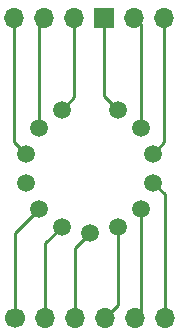
<source format=gbr>
%TF.GenerationSoftware,KiCad,Pcbnew,(6.0.8-1)-1*%
%TF.CreationDate,2022-12-31T23:42:20-07:00*%
%TF.ProjectId,Z573M-tube,5a353733-4d2d-4747-9562-652e6b696361,rev?*%
%TF.SameCoordinates,Original*%
%TF.FileFunction,Copper,L2,Bot*%
%TF.FilePolarity,Positive*%
%FSLAX46Y46*%
G04 Gerber Fmt 4.6, Leading zero omitted, Abs format (unit mm)*
G04 Created by KiCad (PCBNEW (6.0.8-1)-1) date 2022-12-31 23:42:20*
%MOMM*%
%LPD*%
G01*
G04 APERTURE LIST*
G04 Aperture macros list*
%AMHorizOval*
0 Thick line with rounded ends*
0 $1 width*
0 $2 $3 position (X,Y) of the first rounded end (center of the circle)*
0 $4 $5 position (X,Y) of the second rounded end (center of the circle)*
0 Add line between two ends*
20,1,$1,$2,$3,$4,$5,0*
0 Add two circle primitives to create the rounded ends*
1,1,$1,$2,$3*
1,1,$1,$4,$5*%
G04 Aperture macros list end*
%TA.AperFunction,ComponentPad*%
%ADD10O,1.700000X1.700000*%
%TD*%
%TA.AperFunction,ComponentPad*%
%ADD11R,1.700000X1.700000*%
%TD*%
%TA.AperFunction,ComponentPad*%
%ADD12C,1.700000*%
%TD*%
%TA.AperFunction,ComponentPad*%
%ADD13HorizOval,1.500000X0.000000X0.000000X0.000000X0.000000X0*%
%TD*%
%TA.AperFunction,ComponentPad*%
%ADD14HorizOval,1.500000X0.000000X0.000000X0.000000X0.000000X0*%
%TD*%
%TA.AperFunction,ComponentPad*%
%ADD15HorizOval,1.500000X0.000000X0.000000X0.000000X0.000000X0*%
%TD*%
%TA.AperFunction,ComponentPad*%
%ADD16HorizOval,1.500000X0.000000X0.000000X0.000000X0.000000X0*%
%TD*%
%TA.AperFunction,ComponentPad*%
%ADD17HorizOval,1.500000X0.000000X0.000000X0.000000X0.000000X0*%
%TD*%
%TA.AperFunction,ComponentPad*%
%ADD18HorizOval,1.500000X0.000000X0.000000X0.000000X0.000000X0*%
%TD*%
%TA.AperFunction,ComponentPad*%
%ADD19HorizOval,1.500000X0.000000X0.000000X0.000000X0.000000X0*%
%TD*%
%TA.AperFunction,ComponentPad*%
%ADD20HorizOval,1.500000X0.000000X0.000000X0.000000X0.000000X0*%
%TD*%
%TA.AperFunction,ComponentPad*%
%ADD21HorizOval,1.500000X0.000000X0.000000X0.000000X0.000000X0*%
%TD*%
%TA.AperFunction,ComponentPad*%
%ADD22HorizOval,1.500000X0.000000X0.000000X0.000000X0.000000X0*%
%TD*%
%TA.AperFunction,ComponentPad*%
%ADD23HorizOval,1.500000X0.000000X0.000000X0.000000X0.000000X0*%
%TD*%
%TA.AperFunction,ComponentPad*%
%ADD24HorizOval,1.500000X0.000000X0.000000X0.000000X0.000000X0*%
%TD*%
%TA.AperFunction,ComponentPad*%
%ADD25HorizOval,1.500000X0.000000X0.000000X0.000000X0.000000X0*%
%TD*%
%TA.AperFunction,Conductor*%
%ADD26C,0.254000*%
%TD*%
G04 APERTURE END LIST*
D10*
%TO.P,J2,1,1*%
%TO.N,/K3*%
X146015162Y-63484132D03*
%TO.P,J2,2,2*%
%TO.N,/K2*%
X148555162Y-63484132D03*
%TO.P,J2,3,3*%
%TO.N,/K1*%
X151095162Y-63484132D03*
D11*
%TO.P,J2,4,4*%
%TO.N,/A*%
X153635162Y-63484132D03*
D10*
%TO.P,J2,5,5*%
%TO.N,/K0*%
X156175162Y-63484132D03*
%TO.P,J2,6,6*%
%TO.N,/K9*%
X158715162Y-63484132D03*
%TD*%
D12*
%TO.P,J1,1,1*%
%TO.N,/K4*%
X146059485Y-88881027D03*
D10*
%TO.P,J1,2,2*%
%TO.N,/K5*%
X148599485Y-88881027D03*
%TO.P,J1,3,3*%
%TO.N,/K6*%
X151139485Y-88881027D03*
%TO.P,J1,4,4*%
%TO.N,/K7*%
X153679485Y-88881027D03*
%TO.P,J1,5,5*%
%TO.N,/K8*%
X156219485Y-88881027D03*
%TO.P,J1,6,6*%
%TO.N,/KPR*%
X158759485Y-88881027D03*
%TD*%
D13*
%TO.P,Version 2.0,1,K1*%
%TO.N,/K1*%
X150013640Y-71244672D03*
D14*
%TO.P,Version 2.0,2,K2*%
%TO.N,/K2*%
X148099927Y-72770807D03*
D15*
%TO.P,Version 2.0,3,K3*%
%TO.N,/K3*%
X147037897Y-74976135D03*
D16*
%TO.P,Version 2.0,4,KPL*%
%TO.N,unconnected-(V1-Pad4)*%
X147037897Y-77423865D03*
D17*
%TO.P,Version 2.0,5,K4*%
%TO.N,/K4*%
X148099927Y-79629193D03*
D18*
%TO.P,Version 2.0,6,K5*%
%TO.N,/K5*%
X150013640Y-81155328D03*
D19*
%TO.P,Version 2.0,7,K6*%
%TO.N,/K6*%
X152400000Y-81700000D03*
D20*
%TO.P,Version 2.0,8,K7*%
%TO.N,/K7*%
X154786360Y-81155328D03*
D21*
%TO.P,Version 2.0,9,K8*%
%TO.N,/K8*%
X156700073Y-79629193D03*
D22*
%TO.P,Version 2.0,10,KPR*%
%TO.N,/KPR*%
X157762103Y-77423865D03*
D23*
%TO.P,Version 2.0,11,K9*%
%TO.N,/K9*%
X157762103Y-74976135D03*
D24*
%TO.P,Version 2.0,12,K0*%
%TO.N,/K0*%
X156700073Y-72770807D03*
D25*
%TO.P,Version 2.0,13,A*%
%TO.N,/A*%
X154786360Y-71244672D03*
%TD*%
D26*
%TO.N,/K8*%
X156219485Y-88881027D02*
X156700073Y-88400439D01*
X156700073Y-88400439D02*
X156700073Y-79629193D01*
%TO.N,/K9*%
X158715162Y-63484132D02*
X158715162Y-74023076D01*
X158715162Y-74023076D02*
X157762103Y-74976135D01*
%TO.N,/K0*%
X156175162Y-63484132D02*
X156700073Y-64009043D01*
X156700073Y-64009043D02*
X156700073Y-72770807D01*
%TO.N,/K4*%
X146059485Y-88881027D02*
X146059485Y-81669635D01*
X146059485Y-81669635D02*
X148099927Y-79629193D01*
%TO.N,/K5*%
X148599485Y-88881027D02*
X148599485Y-82569483D01*
X148599485Y-82569483D02*
X150013640Y-81155328D01*
%TO.N,/K6*%
X151139485Y-88881027D02*
X151139485Y-82960515D01*
X151139485Y-82960515D02*
X152400000Y-81700000D01*
%TO.N,/K7*%
X153679485Y-88881027D02*
X154786360Y-87774152D01*
X154786360Y-87774152D02*
X154786360Y-81155328D01*
%TO.N,/KPR*%
X158759485Y-88881027D02*
X158759485Y-78421247D01*
X158759485Y-78421247D02*
X157762103Y-77423865D01*
%TO.N,/A*%
X153635162Y-63484132D02*
X153635162Y-70093474D01*
X153635162Y-70093474D02*
X154786360Y-71244672D01*
%TO.N,/K1*%
X151095162Y-63484132D02*
X151095162Y-70163150D01*
X151095162Y-70163150D02*
X150013640Y-71244672D01*
%TO.N,/K2*%
X148555162Y-63484132D02*
X148099927Y-63939367D01*
X148099927Y-63939367D02*
X148099927Y-72770807D01*
%TO.N,/K3*%
X146015162Y-63484132D02*
X146015162Y-73953400D01*
X146015162Y-73953400D02*
X147037897Y-74976135D01*
%TD*%
M02*

</source>
